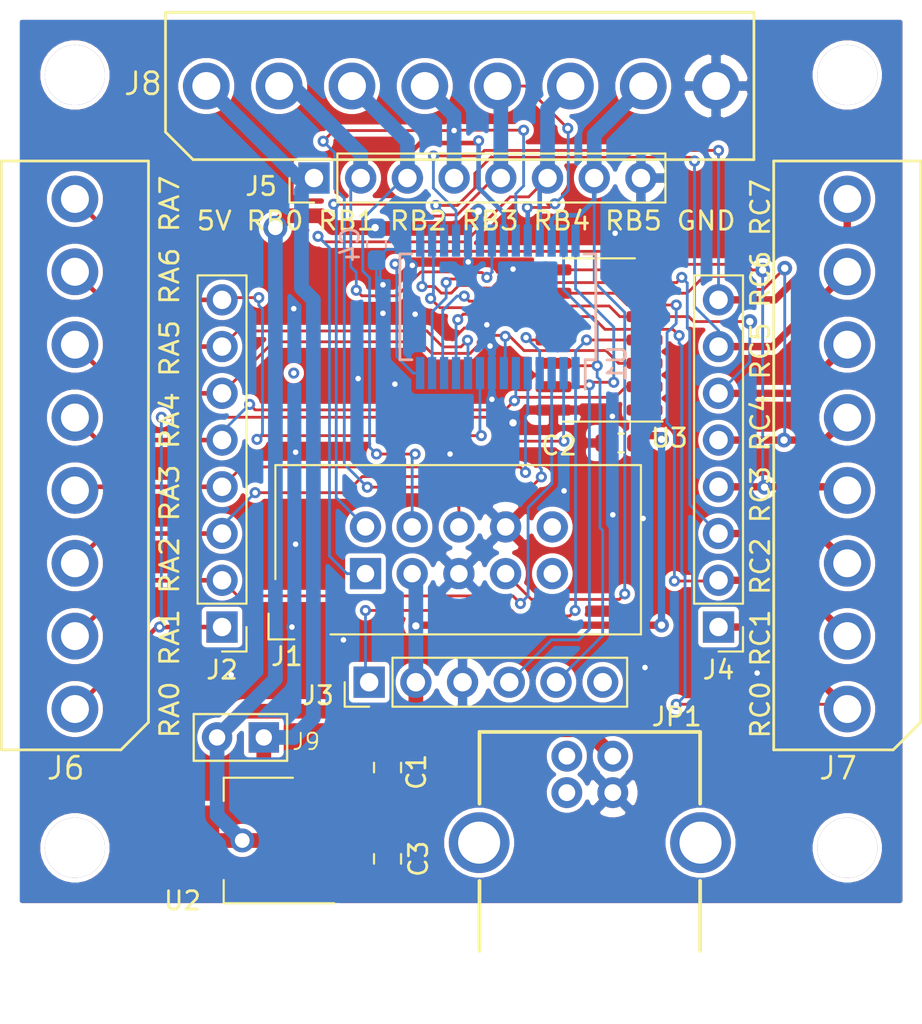
<source format=kicad_pcb>
(kicad_pcb (version 20171130) (host pcbnew "(5.1.7)-1")
  (layers (0 F.Cu signal) (31 B.Cu signal) (34 B.Paste user) (35 F.Paste user) (36 B.SilkS user) (37 F.SilkS user) (38 B.Mask user) (39 F.Mask user) (44 Edge.Cuts user))
  (net 0 "")
  (net 1 GND)
  (net 2 /PEROUT)
  (net 3 /MSTOUT)
  (net 4 /SYNC)
  (net 5 /CLK)
  (net 6 "Net-(J3-Pad5)")
  (net 7 "Net-(J3-Pad4)")
  (net 8 "Net-(J3-Pad1)")
  (net 9 /5V)
  (net 10 VDD)
  (net 11 /nRST)
  (net 12 /RA0)
  (net 13 /RA1)
  (net 14 /RA2)
  (net 15 /RA3)
  (net 16 /RA4)
  (net 17 /RA5)
  (net 18 /RA6)
  (net 19 /RA7)
  (net 20 /RC7)
  (net 21 /RC6)
  (net 22 /RC5)
  (net 23 /RC4)
  (net 24 /RC3)
  (net 25 /RC2)
  (net 26 /RC1)
  (net 27 /RC0)
  (net 28 /RB0)
  (module Capacitor_SMD:C_0805_2012Metric_Pad1.18x1.45mm_HandSolder (layer F.Cu) (at 121 141.6375 90)
    (fp_text reference C1 (at -0.2375 1.575 90) (layer F.SilkS))
    (fp_text value 302010138)
    (pad 2 smd roundrect (at 1.0375 0 90) (size 1.175 1.45) (layers F.Cu F.Paste F.Mask) (roundrect_rratio 0.2127659574468085) (net 1 GND))
    (pad 1 smd roundrect (at -1.0375 0 90) (size 1.175 1.45) (layers F.Cu F.Paste F.Mask) (roundrect_rratio 0.2127659574468085) (net 9 /5V))
  )
  (module Capacitor_SMD:C_0603_1608Metric_Pad1.08x0.95mm_HandSolder (layer F.Cu) (at 133.7 124 180)
    (fp_text reference C2 (at 3.375 -0.15) (layer F.SilkS))
    (fp_text value 302010138)
    (pad 2 smd roundrect (at 0.8625 0 180) (size 1.075 0.95) (layers F.Cu F.Paste F.Mask) (net 1 GND))
    (pad 1 smd roundrect (at -0.8625 0 180) (size 1.075 0.95) (layers F.Cu F.Paste F.Mask) (net 10 VDD))
  )
  (module Capacitor_SMD:C_0805_2012Metric_Pad1.18x1.45mm_HandSolder (layer F.Cu) (at 121 146.6 270)
    (fp_text reference C3 (at 0 -1.68 90) (layer F.SilkS))
    (fp_text value 302010138)
    (pad 1 smd roundrect (at -1.0375 0 270) (size 1.175 1.45) (layers F.Cu F.Paste F.Mask) (roundrect_rratio 0.2127659574468085) (net 10 VDD))
    (pad 2 smd roundrect (at 1.0375 0 270) (size 1.175 1.45) (layers F.Cu F.Paste F.Mask) (roundrect_rratio 0.2127659574468085) (net 1 GND))
  )
  (module Capacitor_SMD:C_0603_1608Metric_Pad1.08x0.95mm_HandSolder (layer B.Cu) (at 120.4 113.2 270)
    (fp_text reference C4 (at 0 1.43 90) (layer B.SilkS) (effects (justify mirror)))
    (fp_text value 302010138)
    (pad 1 smd roundrect (at -0.8625 0 270) (size 1.075 0.95) (layers B.Cu B.Paste B.Mask) (net 10 VDD))
    (pad 2 smd roundrect (at 0.8625 0 270) (size 1.075 0.95) (layers B.Cu B.Paste B.Mask) (net 1 GND))
  )
  (module CLRLibrary:RibbonCableSocket_10_OddEven (layer F.Cu) (at 129.9 129.8 90)
    (fp_text reference J1 (at -5.8 -14.375) (layer F.SilkS))
    (fp_text value Conn_02x05_Odd_Even)
    (pad 10 thru_hole circle (at 1.24 0.06 90) (size 1.7 1.7) (drill 0.95) (layers *.Cu *.Mask))
    (pad 8 thru_hole circle (at 1.24 -2.48 90) (size 1.7 1.7) (drill 0.95) (layers *.Cu *.Mask) (net 1 GND))
    (pad 6 thru_hole circle (at 1.24 -5.02 90) (size 1.7 1.7) (drill 0.95) (layers *.Cu *.Mask) (net 4 /SYNC))
    (pad 4 thru_hole circle (at 1.24 -7.56 90) (size 1.7 1.7) (drill 0.95) (layers *.Cu *.Mask) (net 11 /nRST))
    (pad 2 thru_hole circle (at 1.24 -10.1 90) (size 1.7 1.7) (drill 0.95) (layers *.Cu *.Mask) (net 3 /MSTOUT))
    (pad 9 thru_hole circle (at -1.3 0.06 90) (size 1.7 1.7) (drill 0.95) (layers *.Cu *.Mask))
    (pad 7 thru_hole circle (at -1.3 -2.48 90) (size 1.7 1.7) (drill 0.95) (layers *.Cu *.Mask) (net 5 /CLK))
    (pad 5 thru_hole circle (at -1.3 -5.02 90) (size 1.7 1.7) (drill 0.95) (layers *.Cu *.Mask) (net 1 GND))
    (pad 3 thru_hole circle (at -1.3 -7.56 90) (size 1.7 1.7) (drill 0.95) (layers *.Cu *.Mask) (net 10 VDD))
    (pad 1 thru_hole rect (at -1.3 -10.1 90) (size 1.7 1.7) (drill 0.95) (layers *.Cu *.Mask) (net 2 /PEROUT))
  )
  (module Connector_PinHeader_2.54mm:PinHeader_1x08_P2.54mm_Vertical (layer F.Cu) (at 112 134 180)
    (fp_text reference J2 (at 0 -2.33) (layer F.SilkS))
    (fp_text value Conn_01x08)
    (pad 1 thru_hole rect (at 0 0 180) (size 1.7 1.7) (drill 1) (layers *.Cu *.Mask) (net 12 /RA0))
    (pad 2 thru_hole oval (at 0 2.54 180) (size 1.7 1.7) (drill 1) (layers *.Cu *.Mask) (net 13 /RA1))
    (pad 3 thru_hole oval (at 0 5.08 180) (size 1.7 1.7) (drill 1) (layers *.Cu *.Mask) (net 14 /RA2))
    (pad 4 thru_hole oval (at 0 7.62 180) (size 1.7 1.7) (drill 1) (layers *.Cu *.Mask) (net 15 /RA3))
    (pad 5 thru_hole oval (at 0 10.16 180) (size 1.7 1.7) (drill 1) (layers *.Cu *.Mask) (net 16 /RA4))
    (pad 6 thru_hole oval (at 0 12.7 180) (size 1.7 1.7) (drill 1) (layers *.Cu *.Mask) (net 17 /RA5))
    (pad 7 thru_hole oval (at 0 15.24 180) (size 1.7 1.7) (drill 1) (layers *.Cu *.Mask) (net 18 /RA6))
    (pad 8 thru_hole oval (at 0 17.78 180) (size 1.7 1.7) (drill 1) (layers *.Cu *.Mask) (net 19 /RA7))
  )
  (module Connector_PinHeader_2.54mm:PinHeader_1x06_P2.54mm_Vertical (layer F.Cu) (at 120 137 90)
    (fp_text reference J3 (at -0.725 -2.775 180) (layer F.SilkS))
    (fp_text value Conn_01x05)
    (pad 1 thru_hole rect (at 0 0 90) (size 1.7 1.7) (drill 1) (layers *.Cu *.Mask) (net 8 "Net-(J3-Pad1)"))
    (pad 2 thru_hole oval (at 0 2.54 90) (size 1.7 1.7) (drill 1) (layers *.Cu *.Mask) (net 10 VDD))
    (pad 3 thru_hole oval (at 0 5.08 90) (size 1.7 1.7) (drill 1) (layers *.Cu *.Mask) (net 1 GND))
    (pad 4 thru_hole oval (at 0 7.62 90) (size 1.7 1.7) (drill 1) (layers *.Cu *.Mask) (net 7 "Net-(J3-Pad4)"))
    (pad 5 thru_hole oval (at 0 10.16 90) (size 1.7 1.7) (drill 1) (layers *.Cu *.Mask) (net 6 "Net-(J3-Pad5)"))
    (pad 6 thru_hole oval (at 0 12.7 90) (size 1.7 1.7) (drill 1) (layers *.Cu *.Mask))
  )
  (module Connector_PinHeader_2.54mm:PinHeader_1x08_P2.54mm_Vertical (layer F.Cu) (at 139 134 180)
    (fp_text reference J4 (at 0 -2.33) (layer F.SilkS))
    (fp_text value Conn_01x08)
    (pad 8 thru_hole oval (at 0 17.78 180) (size 1.7 1.7) (drill 1) (layers *.Cu *.Mask) (net 20 /RC7))
    (pad 7 thru_hole oval (at 0 15.24 180) (size 1.7 1.7) (drill 1) (layers *.Cu *.Mask) (net 21 /RC6))
    (pad 6 thru_hole oval (at 0 12.7 180) (size 1.7 1.7) (drill 1) (layers *.Cu *.Mask) (net 22 /RC5))
    (pad 5 thru_hole oval (at 0 10.16 180) (size 1.7 1.7) (drill 1) (layers *.Cu *.Mask) (net 23 /RC4))
    (pad 4 thru_hole oval (at 0 7.62 180) (size 1.7 1.7) (drill 1) (layers *.Cu *.Mask) (net 24 /RC3))
    (pad 3 thru_hole oval (at 0 5.08 180) (size 1.7 1.7) (drill 1) (layers *.Cu *.Mask) (net 25 /RC2))
    (pad 2 thru_hole oval (at 0 2.54 180) (size 1.7 1.7) (drill 1) (layers *.Cu *.Mask) (net 26 /RC1))
    (pad 1 thru_hole rect (at 0 0 180) (size 1.7 1.7) (drill 1) (layers *.Cu *.Mask) (net 27 /RC0))
  )
  (module Connector_PinHeader_2.54mm:PinHeader_1x08_P2.54mm_Vertical (layer F.Cu) (at 117 109.6 90)
    (fp_text reference J5 (at -0.45 -2.875 180) (layer F.SilkS))
    (fp_text value Conn_01x08)
    (pad 1 thru_hole rect (at 0 0 90) (size 1.7 1.7) (drill 1) (layers *.Cu *.Mask) (net 9 /5V))
    (pad 2 thru_hole oval (at 0 2.54 90) (size 1.7 1.7) (drill 1) (layers *.Cu *.Mask) (net 28 /RB0))
    (pad 3 thru_hole oval (at 0 5.08 90) (size 1.7 1.7) (drill 1) (layers *.Cu *.Mask) (net 11 /nRST))
    (pad 4 thru_hole oval (at 0 7.62 90) (size 1.7 1.7) (drill 1) (layers *.Cu *.Mask) (net 4 /SYNC))
    (pad 5 thru_hole oval (at 0 10.16 90) (size 1.7 1.7) (drill 1) (layers *.Cu *.Mask) (net 3 /MSTOUT))
    (pad 6 thru_hole oval (at 0 12.7 90) (size 1.7 1.7) (drill 1) (layers *.Cu *.Mask) (net 2 /PEROUT))
    (pad 7 thru_hole oval (at 0 15.24 90) (size 1.7 1.7) (drill 1) (layers *.Cu *.Mask) (net 5 /CLK))
    (pad 8 thru_hole oval (at 0 17.78 90) (size 1.7 1.7) (drill 1) (layers *.Cu *.Mask) (net 1 GND))
  )
  (module CLRLibrary:KK156-8 (layer F.Cu) (at 104 124.6 90)
    (fp_text reference J6 (at -17.0752 -0.5) (layer F.SilkS) (effects (font (size 1.2 1.2))))
    (fp_text value Conn_01x08)
    (pad 1 thru_hole oval (at -13.8552 0 90) (size 2.54 2.54) (drill 1.52) (layers *.Cu *.Mask) (net 12 /RA0))
    (pad 2 thru_hole oval (at -9.8952 0 90) (size 2.54 2.54) (drill 1.52) (layers *.Cu *.Mask) (net 13 /RA1))
    (pad 3 thru_hole oval (at -5.9352 0 90) (size 2.54 2.54) (drill 1.52) (layers *.Cu *.Mask) (net 14 /RA2))
    (pad 4 thru_hole oval (at -1.9752 0 90) (size 2.54 2.54) (drill 1.52) (layers *.Cu *.Mask) (net 15 /RA3))
    (pad 5 thru_hole oval (at 1.9848 0 90) (size 2.54 2.54) (drill 1.52) (layers *.Cu *.Mask) (net 16 /RA4))
    (pad 6 thru_hole oval (at 5.9448 0 90) (size 2.54 2.54) (drill 1.52) (layers *.Cu *.Mask) (net 17 /RA5))
    (pad 7 thru_hole oval (at 9.9048 0 90) (size 2.54 2.54) (drill 1.52) (layers *.Cu *.Mask) (net 18 /RA6))
    (pad 8 thru_hole oval (at 13.8648 0 90) (size 2.54 2.54) (drill 1.52) (layers *.Cu *.Mask) (net 19 /RA7))
  )
  (module CLRLibrary:KK156-8 (layer F.Cu) (at 146 124.6 90)
    (fp_text reference J7 (at -17.0752 -0.5) (layer F.SilkS) (effects (font (size 1.2 1.2))))
    (fp_text value Conn_01x08)
    (pad 8 thru_hole oval (at 13.8648 0 90) (size 2.54 2.54) (drill 1.52) (layers *.Cu *.Mask) (net 20 /RC7))
    (pad 7 thru_hole oval (at 9.9048 0 90) (size 2.54 2.54) (drill 1.52) (layers *.Cu *.Mask) (net 21 /RC6))
    (pad 6 thru_hole oval (at 5.9448 0 90) (size 2.54 2.54) (drill 1.52) (layers *.Cu *.Mask) (net 22 /RC5))
    (pad 5 thru_hole oval (at 1.9848 0 90) (size 2.54 2.54) (drill 1.52) (layers *.Cu *.Mask) (net 23 /RC4))
    (pad 4 thru_hole oval (at -1.9752 0 90) (size 2.54 2.54) (drill 1.52) (layers *.Cu *.Mask) (net 24 /RC3))
    (pad 3 thru_hole oval (at -5.9352 0 90) (size 2.54 2.54) (drill 1.52) (layers *.Cu *.Mask) (net 25 /RC2))
    (pad 2 thru_hole oval (at -9.8952 0 90) (size 2.54 2.54) (drill 1.52) (layers *.Cu *.Mask) (net 26 /RC1))
    (pad 1 thru_hole oval (at -13.8552 0 90) (size 2.54 2.54) (drill 1.52) (layers *.Cu *.Mask) (net 27 /RC0))
  )
  (module CLRLibrary:KK156-8 (layer F.Cu) (at 125 104.6)
    (fp_text reference J8 (at -17.3 -0.125 180) (layer F.SilkS) (effects (font (size 1.2 1.2))))
    (fp_text value Conn_01x08)
    (pad 1 thru_hole oval (at -13.8552 0) (size 2.54 2.54) (drill 1.52) (layers *.Cu *.Mask) (net 9 /5V))
    (pad 2 thru_hole oval (at -9.8952 0) (size 2.54 2.54) (drill 1.52) (layers *.Cu *.Mask) (net 28 /RB0))
    (pad 3 thru_hole oval (at -5.9352 0) (size 2.54 2.54) (drill 1.52) (layers *.Cu *.Mask) (net 11 /nRST))
    (pad 4 thru_hole oval (at -1.9752 0) (size 2.54 2.54) (drill 1.52) (layers *.Cu *.Mask) (net 4 /SYNC))
    (pad 5 thru_hole oval (at 1.9848 0) (size 2.54 2.54) (drill 1.52) (layers *.Cu *.Mask) (net 3 /MSTOUT))
    (pad 6 thru_hole oval (at 5.9448 0) (size 2.54 2.54) (drill 1.52) (layers *.Cu *.Mask) (net 2 /PEROUT))
    (pad 7 thru_hole oval (at 9.9048 0) (size 2.54 2.54) (drill 1.52) (layers *.Cu *.Mask) (net 5 /CLK))
    (pad 8 thru_hole oval (at 13.8648 0) (size 2.54 2.54) (drill 1.52) (layers *.Cu *.Mask) (net 1 GND))
  )
  (module CLRConnector:H2-2.54 (layer F.Cu) (at 113 140 270)
    (fp_text reference J9 (at 0.225 -3.575) (layer F.SilkS) (effects (font (size 0.889 0.889) (thickness 0.1016))))
    (fp_text value Conn_01x02 hide)
    (pad 2 thru_hole circle (at 0 1.27 270) (size 1.651 1.651) (drill 0.889) (layers *.Cu *.Mask) (net 10 VDD))
    (pad 1 thru_hole rect (at 0 -1.27 270) (size 1.651 1.651) (drill 0.889) (layers *.Cu *.Mask) (net 9 /5V))
  )
  (module CLRConnector:USB4+2-2.5-90D-15.8X12MM (layer F.Cu) (at 132 143 90)
    (fp_text reference JP1 (at 4.125 4.725 180) (layer F.SilkS))
    (fp_text value DIP-USB-B-TYPE-FMAL_4+2P-2.0-90D_ hide)
    (pad D+ thru_hole circle (at 0 -1.24968 90) (size 1.6764 1.6764) (drill 0.9144) (layers *.Cu *.Paste *.Mask))
    (pad D- thru_hole circle (at 1.9812 -1.24968 90) (size 1.6764 1.6764) (drill 0.9144) (layers *.Cu *.Paste *.Mask))
    (pad GND thru_hole circle (at 0 1.24968 90) (size 1.6764 1.6764) (drill 0.9144) (layers *.Cu *.Paste *.Mask) (net 1 GND))
    (pad S1 thru_hole circle (at -2.7178 6.0198 90) (size 3.302 3.302) (drill 2.286) (layers *.Cu *.Paste *.Mask))
    (pad S2 thru_hole circle (at -2.7178 -6.0198 90) (size 3.302 3.302) (drill 2.286) (layers *.Cu *.Paste *.Mask))
    (pad VBUS thru_hole circle (at 1.9812 1.24968 90) (size 1.6764 1.6764) (drill 0.9144) (layers *.Cu *.Paste *.Mask) (net 9 /5V))
  )
  (module CLRConnector:Mounting#4 (layer F.Cu) (at 146 104)
    (fp_text reference M1 hide)
    (fp_text value Conn_01x01)
    (pad 1 thru_hole circle (at 0 0) (size 3.2639 3.2639) (drill 3.2639) (layers *.Cu *.Mask))
  )
  (module CLRConnector:Mounting#4 (layer F.Cu) (at 104 146)
    (fp_text reference M2 hide)
    (fp_text value Conn_01x01)
    (pad 1 thru_hole circle (at 0 0) (size 3.2639 3.2639) (drill 3.2639) (layers *.Cu *.Mask))
  )
  (module CLRConnector:Mounting#4 (layer F.Cu) (at 104 104)
    (fp_text reference M3 hide)
    (fp_text value Conn_01x01)
    (pad 1 thru_hole circle (at 0 0) (size 3.2639 3.2639) (drill 3.2639) (layers *.Cu *.Mask))
  )
  (module CLRConnector:Mounting#4 (layer F.Cu) (at 146 146)
    (fp_text reference M4 hide)
    (fp_text value Conn_01x01)
    (pad 1 thru_hole circle (at 0 0) (size 3.2639 3.2639) (drill 3.2639) (layers *.Cu *.Mask))
  )
  (module Package_SO:SSOP-28_5.3x10.2mm_P0.65mm (layer B.Cu) (at 127 116.6 90)
    (fp_text reference U1 (at -3.075 6.475 90) (layer B.SilkS) (effects (justify mirror)))
    (fp_text value PIC18F26Q10-SS)
    (pad 1 smd rect (at -3.6 4.225 90) (size 1.75 0.45) (layers B.Cu B.Paste B.Mask) (net 8 "Net-(J3-Pad1)"))
    (pad 2 smd rect (at -3.6 3.575 90) (size 1.75 0.45) (layers B.Cu B.Paste B.Mask) (net 12 /RA0))
    (pad 3 smd rect (at -3.6 2.925 90) (size 1.75 0.45) (layers B.Cu B.Paste B.Mask) (net 13 /RA1))
    (pad 4 smd rect (at -3.6 2.275 90) (size 1.75 0.45) (layers B.Cu B.Paste B.Mask) (net 14 /RA2))
    (pad 5 smd rect (at -3.6 1.625 90) (size 1.75 0.45) (layers B.Cu B.Paste B.Mask) (net 15 /RA3))
    (pad 6 smd rect (at -3.6 0.975 90) (size 1.75 0.45) (layers B.Cu B.Paste B.Mask) (net 16 /RA4))
    (pad 7 smd rect (at -3.6 0.325 90) (size 1.75 0.45) (layers B.Cu B.Paste B.Mask) (net 17 /RA5))
    (pad 8 smd rect (at -3.6 -0.325 90) (size 1.75 0.45) (layers B.Cu B.Paste B.Mask) (net 1 GND))
    (pad 9 smd rect (at -3.6 -0.975 90) (size 1.75 0.45) (layers B.Cu B.Paste B.Mask) (net 19 /RA7))
    (pad 10 smd rect (at -3.6 -1.625 90) (size 1.75 0.45) (layers B.Cu B.Paste B.Mask) (net 18 /RA6))
    (pad 11 smd rect (at -3.6 -2.275 90) (size 1.75 0.45) (layers B.Cu B.Paste B.Mask) (net 27 /RC0))
    (pad 12 smd rect (at -3.6 -2.925 90) (size 1.75 0.45) (layers B.Cu B.Paste B.Mask) (net 26 /RC1))
    (pad 13 smd rect (at -3.6 -3.575 90) (size 1.75 0.45) (layers B.Cu B.Paste B.Mask) (net 25 /RC2))
    (pad 14 smd rect (at -3.6 -4.225 90) (size 1.75 0.45) (layers B.Cu B.Paste B.Mask) (net 24 /RC3))
    (pad 15 smd rect (at 3.6 -4.225 90) (size 1.75 0.45) (layers B.Cu B.Paste B.Mask) (net 23 /RC4))
    (pad 16 smd rect (at 3.6 -3.575 90) (size 1.75 0.45) (layers B.Cu B.Paste B.Mask) (net 22 /RC5))
    (pad 17 smd rect (at 3.6 -2.925 90) (size 1.75 0.45) (layers B.Cu B.Paste B.Mask) (net 21 /RC6))
    (pad 18 smd rect (at 3.6 -2.275 90) (size 1.75 0.45) (layers B.Cu B.Paste B.Mask) (net 20 /RC7))
    (pad 19 smd rect (at 3.6 -1.625 90) (size 1.75 0.45) (layers B.Cu B.Paste B.Mask) (net 1 GND))
    (pad 20 smd rect (at 3.6 -0.975 90) (size 1.75 0.45) (layers B.Cu B.Paste B.Mask) (net 10 VDD))
    (pad 21 smd rect (at 3.6 -0.325 90) (size 1.75 0.45) (layers B.Cu B.Paste B.Mask) (net 28 /RB0))
    (pad 22 smd rect (at 3.6 0.325 90) (size 1.75 0.45) (layers B.Cu B.Paste B.Mask) (net 11 /nRST))
    (pad 23 smd rect (at 3.6 0.975 90) (size 1.75 0.45) (layers B.Cu B.Paste B.Mask) (net 4 /SYNC))
    (pad 24 smd rect (at 3.6 1.625 90) (size 1.75 0.45) (layers B.Cu B.Paste B.Mask) (net 3 /MSTOUT))
    (pad 25 smd rect (at 3.6 2.275 90) (size 1.75 0.45) (layers B.Cu B.Paste B.Mask) (net 2 /PEROUT))
    (pad 26 smd rect (at 3.6 2.925 90) (size 1.75 0.45) (layers B.Cu B.Paste B.Mask) (net 5 /CLK))
    (pad 27 smd rect (at 3.6 3.575 90) (size 1.75 0.45) (layers B.Cu B.Paste B.Mask) (net 6 "Net-(J3-Pad5)"))
    (pad 28 smd rect (at 3.6 4.225 90) (size 1.75 0.45) (layers B.Cu B.Paste B.Mask) (net 7 "Net-(J3-Pad4)"))
  )
  (module Package_TO_SOT_SMD:SOT-223-3_TabPin2 (layer F.Cu) (at 114 145.6 180)
    (fp_text reference U2 (at 4.15 -3.275) (layer F.SilkS))
    (fp_text value LM1117-3.3)
    (pad 2 smd rect (at 3.15 0 180) (size 2 3.8) (layers F.Cu F.Paste F.Mask) (net 10 VDD))
    (pad 2 smd rect (at -3.15 0 180) (size 2 1.5) (layers F.Cu F.Paste F.Mask) (net 10 VDD))
    (pad 3 smd rect (at -3.15 2.3 180) (size 2 1.5) (layers F.Cu F.Paste F.Mask) (net 9 /5V))
    (pad 1 smd rect (at -3.15 -2.3 180) (size 2 1.5) (layers F.Cu F.Paste F.Mask))
  )
  (module Package_SO:SO-14_3.9x8.65mm_P1.27mm (layer F.Cu) (at 132.5 118.4 180)
    (fp_text reference U3 (at -3.825 -5.325) (layer F.SilkS))
    (fp_text value PIC16F1525)
    (pad 1 smd roundrect (at -2.475 -3.81 180) (size 1.95 0.6) (layers F.Cu F.Paste F.Mask) (net 10 VDD))
    (pad 2 smd roundrect (at -2.475 -2.54 180) (size 1.95 0.6) (layers F.Cu F.Paste F.Mask) (net 16 /RA4))
    (pad 3 smd roundrect (at -2.475 -1.27 180) (size 1.95 0.6) (layers F.Cu F.Paste F.Mask) (net 17 /RA5))
    (pad 4 smd roundrect (at -2.475 0 180) (size 1.95 0.6) (layers F.Cu F.Paste F.Mask) (net 8 "Net-(J3-Pad1)"))
    (pad 5 smd roundrect (at -2.475 1.27 180) (size 1.95 0.6) (layers F.Cu F.Paste F.Mask) (net 22 /RC5))
    (pad 6 smd roundrect (at -2.475 2.54 180) (size 1.95 0.6) (layers F.Cu F.Paste F.Mask) (net 23 /RC4))
    (pad 7 smd roundrect (at -2.475 3.81 180) (size 1.95 0.6) (layers F.Cu F.Paste F.Mask) (net 24 /RC3))
    (pad 8 smd roundrect (at 2.475 3.81 180) (size 1.95 0.6) (layers F.Cu F.Paste F.Mask) (net 25 /RC2))
    (pad 9 smd roundrect (at 2.475 2.54 180) (size 1.95 0.6) (layers F.Cu F.Paste F.Mask) (net 26 /RC1))
    (pad 10 smd roundrect (at 2.475 1.27 180) (size 1.95 0.6) (layers F.Cu F.Paste F.Mask) (net 27 /RC0))
    (pad 11 smd roundrect (at 2.475 0 180) (size 1.95 0.6) (layers F.Cu F.Paste F.Mask) (net 14 /RA2))
    (pad 12 smd roundrect (at 2.475 -1.27 180) (size 1.95 0.6) (layers F.Cu F.Paste F.Mask) (net 6 "Net-(J3-Pad5)"))
    (pad 13 smd roundrect (at 2.475 -2.54 180) (size 1.95 0.6) (layers F.Cu F.Paste F.Mask) (net 7 "Net-(J3-Pad4)"))
    (pad 14 smd roundrect (at 2.475 -3.81 180) (size 1.95 0.6) (layers F.Cu F.Paste F.Mask) (net 1 GND))
  )
  (gr_text "5V RB0 RB1 RB2 RB3 RB4 RB5 GND" (at 125.275 111.925) (layer F.SilkS) (effects (font (size 1 1.05))))
  (gr_text "RC0 RC1 RC2 RC3 RC4 RC5 RC6 RC7" (at 141.275 124.85 90) (layer F.SilkS) (effects (font (size 1 1.05))))
  (gr_text "RA0 RA1 RA2 RA3 RA4 RA5 RA6 RA7" (at 109.15 124.75 90) (layer F.SilkS) (effects (font (size 1 1.1))))
  (via (at 115.9 120.2) (size 0.6) (drill 0.3) (layers F.Cu B.Cu) (net 0))
  (segment (start 128.514844 122.21) (end 127.82379 122.901054) (width 0.4) (layer F.Cu) (net 1))
  (segment (start 130.025 122.21) (end 128.514844 122.21) (width 0.4) (layer F.Cu) (net 1))
  (via (at 127.82379 122.901054) (size 0.8) (drill 0.4) (layers F.Cu B.Cu) (net 1))
  (via (at 120.75 116.95) (size 0.6) (drill 0.3) (layers F.Cu B.Cu) (net 1))
  (segment (start 120.4 116.1) (end 120.9 116.6) (width 0.1524) (layer B.Cu) (net 1))
  (segment (start 120.4 114.0625) (end 120.4 116.1) (width 0.1524) (layer B.Cu) (net 1))
  (segment (start 126.675 117.975) (end 126.5 117.8) (width 0.1524) (layer B.Cu) (net 1))
  (segment (start 126.675 120.2) (end 126.675 117.975) (width 0.1524) (layer B.Cu) (net 1))
  (segment (start 126.675 121.752264) (end 127.82379 122.901054) (width 0.1524) (layer B.Cu) (net 1))
  (segment (start 121.3 115.2) (end 120.6 115.2) (width 0.1524) (layer F.Cu) (net 1))
  (segment (start 122.15241 114.34759) (end 121.3 115.2) (width 0.1524) (layer F.Cu) (net 1))
  (via (at 120.75 115.4) (size 0.6) (drill 0.3) (layers F.Cu B.Cu) (net 1))
  (segment (start 120.6 114.2625) (end 120.4 114.0625) (width 0.1524) (layer B.Cu) (net 1))
  (segment (start 120.6 115.2) (end 120.6 114.2625) (width 0.1524) (layer B.Cu) (net 1))
  (via (at 121.4 120.8) (size 0.6) (drill 0.3) (layers F.Cu B.Cu) (net 1))
  (via (at 119.4 120.5) (size 0.6) (drill 0.3) (layers F.Cu B.Cu) (net 1))
  (via (at 115.9 116.7) (size 0.6) (drill 0.3) (layers F.Cu B.Cu) (net 1))
  (via (at 116 124.5) (size 0.6) (drill 0.3) (layers F.Cu B.Cu) (net 1))
  (via (at 124.4 124.6) (size 0.6) (drill 0.3) (layers F.Cu B.Cu) (net 1))
  (via (at 118.6 134.7) (size 0.6) (drill 0.3) (layers F.Cu B.Cu) (net 1))
  (via (at 135 136.2) (size 0.6) (drill 0.3) (layers F.Cu B.Cu) (net 1))
  (via (at 141.1 136.5) (size 0.6) (drill 0.3) (layers F.Cu B.Cu) (net 1))
  (via (at 134.9 128.1) (size 0.6) (drill 0.3) (layers F.Cu B.Cu) (net 1))
  (via (at 115.8 134) (size 0.6) (drill 0.3) (layers F.Cu B.Cu) (net 1))
  (via (at 116 129.5) (size 0.6) (drill 0.3) (layers F.Cu B.Cu) (net 1))
  (via (at 112.5 136.6) (size 0.6) (drill 0.3) (layers F.Cu B.Cu) (net 1))
  (via (at 130.6 126.6) (size 0.6) (drill 0.3) (layers F.Cu B.Cu) (net 1))
  (via (at 133.25 127.9) (size 0.6) (drill 0.3) (layers F.Cu B.Cu) (net 1))
  (via (at 133.225 122.55) (size 0.6) (drill 0.3) (layers F.Cu B.Cu) (net 1))
  (via (at 122.5 117) (size 0.6) (drill 0.3) (layers F.Cu B.Cu) (net 1))
  (segment (start 120.4 114.0625) (end 120.4 114.025) (width 0.1524) (layer B.Cu) (net 1))
  (segment (start 120.4 114.025) (end 120.95 113.475) (width 0.1524) (layer B.Cu) (net 1))
  (via (at 122.34759 114.34759) (size 0.6) (drill 0.3) (layers F.Cu B.Cu) (net 1))
  (segment (start 121.475 113.475) (end 122.34759 114.34759) (width 0.1524) (layer B.Cu) (net 1))
  (segment (start 120.95 113.475) (end 121.475 113.475) (width 0.1524) (layer B.Cu) (net 1))
  (segment (start 122.34759 114.34759) (end 122.15241 114.34759) (width 0.1524) (layer F.Cu) (net 1))
  (via (at 127.825 114.55) (size 0.6) (drill 0.3) (layers F.Cu B.Cu) (net 1))
  (via (at 133.375 112.6) (size 0.6) (drill 0.3) (layers F.Cu B.Cu) (net 1))
  (segment (start 126.675 120.2) (end 126.675 121.625) (width 0.1524) (layer B.Cu) (net 1))
  (via (at 126.675 121.625) (size 0.6) (drill 0.3) (layers F.Cu B.Cu) (net 1))
  (segment (start 126.675 121.625) (end 126.675 121.752264) (width 0.1524) (layer B.Cu) (net 1))
  (segment (start 122.5 117) (end 123.125 117) (width 0.1524) (layer F.Cu) (net 1))
  (segment (start 125.201245 114.34759) (end 125.389037 114.159798) (width 0.1524) (layer F.Cu) (net 1))
  (segment (start 125.375 114.145761) (end 125.389037 114.159798) (width 0.1524) (layer B.Cu) (net 1))
  (via (at 125.389037 114.159798) (size 0.6) (drill 0.3) (layers F.Cu B.Cu) (net 1))
  (segment (start 125.375 113) (end 125.375 114.145761) (width 0.1524) (layer B.Cu) (net 1))
  (segment (start 127.434798 114.159798) (end 125.389037 114.159798) (width 0.1524) (layer F.Cu) (net 1))
  (segment (start 127.825 114.55) (end 127.434798 114.159798) (width 0.1524) (layer F.Cu) (net 1))
  (segment (start 122.34759 114.34759) (end 125.201245 114.34759) (width 0.1524) (layer F.Cu) (net 1))
  (segment (start 123.125 117) (end 123.575 117.45) (width 0.1524) (layer F.Cu) (net 1))
  (segment (start 123.575 117.45) (end 124.525 118.4) (width 0.1524) (layer F.Cu) (net 1))
  (segment (start 124.525 118.4) (end 125.175 117.75) (width 0.1524) (layer F.Cu) (net 1))
  (segment (start 126.225 117.75) (end 126.4 117.575) (width 0.1524) (layer F.Cu) (net 1))
  (segment (start 126.675 118.827412) (end 126.575 118.727412) (width 0.1524) (layer B.Cu) (net 1))
  (segment (start 126.675 120.2) (end 126.675 118.827412) (width 0.1524) (layer B.Cu) (net 1))
  (segment (start 125.175 117.75) (end 126.225 117.75) (width 0.1524) (layer F.Cu) (net 1))
  (via (at 126.4 117.575) (size 0.6) (drill 0.3) (layers F.Cu B.Cu) (net 1))
  (via (at 126.575 118.727412) (size 0.6) (drill 0.3) (layers F.Cu B.Cu) (net 1))
  (segment (start 129.7 105.8448) (end 130.9448 104.6) (width 0.8) (layer B.Cu) (net 2))
  (segment (start 129.7 109.6) (end 129.7 105.8448) (width 0.8) (layer B.Cu) (net 2))
  (segment (start 129.275 110.025) (end 129.7 109.6) (width 0.25) (layer B.Cu) (net 2))
  (segment (start 129.275 113) (end 129.275 110.025) (width 0.25) (layer B.Cu) (net 2))
  (segment (start 129.7 109.6) (end 128.676201 110.623799) (width 0.1524) (layer F.Cu) (net 2))
  (via (at 117.218968 112.767808) (size 0.6) (drill 0.3) (layers F.Cu B.Cu) (net 2))
  (segment (start 125.232193 113.067807) (end 117.518967 113.067807) (width 0.1524) (layer F.Cu) (net 2))
  (segment (start 128.676201 110.623799) (end 127.676201 110.623799) (width 0.1524) (layer F.Cu) (net 2))
  (segment (start 127.676201 110.623799) (end 125.232193 113.067807) (width 0.1524) (layer F.Cu) (net 2))
  (segment (start 117.518967 113.067807) (end 117.218968 112.767808) (width 0.1524) (layer F.Cu) (net 2))
  (segment (start 117.842769 113.391609) (end 117.218968 112.767808) (width 0.1524) (layer B.Cu) (net 2))
  (segment (start 119.8 131.1) (end 118.7976 131.1) (width 0.1524) (layer B.Cu) (net 2))
  (segment (start 118.7976 131.1) (end 117.842769 130.145169) (width 0.1524) (layer B.Cu) (net 2))
  (segment (start 117.842769 130.145169) (end 117.842769 113.391609) (width 0.1524) (layer B.Cu) (net 2))
  (segment (start 127.16 104.7752) (end 126.9848 104.6) (width 0.8) (layer B.Cu) (net 3))
  (segment (start 127.16 109.6) (end 127.16 104.7752) (width 0.8) (layer B.Cu) (net 3))
  (segment (start 128.625 113) (end 128.625 111.065) (width 0.25) (layer B.Cu) (net 3))
  (via (at 128.6 111.2) (size 0.6) (drill 0.3) (layers F.Cu B.Cu) (net 3))
  (segment (start 128.625 111.065) (end 128.625 111.175) (width 0.1524) (layer B.Cu) (net 3))
  (segment (start 128.625 111.175) (end 128.6 111.2) (width 0.1524) (layer B.Cu) (net 3))
  (segment (start 128.6 111.2) (end 129.8 111.2) (width 0.1524) (layer F.Cu) (net 3))
  (segment (start 129.8 111.2) (end 129.8 111.1) (width 0.1524) (layer F.Cu) (net 3))
  (segment (start 129.8 111.1) (end 129.7 111) (width 0.1524) (layer F.Cu) (net 3))
  (via (at 130.1 111) (size 0.6) (drill 0.3) (layers F.Cu B.Cu) (net 3))
  (segment (start 129.7 111) (end 130.1 111) (width 0.1524) (layer F.Cu) (net 3))
  (via (at 130.8 106.9) (size 0.6) (drill 0.3) (layers F.Cu B.Cu) (net 3))
  (segment (start 130.826201 106.926201) (end 130.8 106.9) (width 0.1524) (layer B.Cu) (net 3))
  (segment (start 130.826201 110.273799) (end 130.826201 106.926201) (width 0.1524) (layer B.Cu) (net 3))
  (segment (start 130.1 111) (end 130.826201 110.273799) (width 0.1524) (layer B.Cu) (net 3))
  (segment (start 128.5 104.6) (end 126.9848 104.6) (width 0.1524) (layer F.Cu) (net 3))
  (segment (start 130.8 106.9) (end 128.5 104.6) (width 0.1524) (layer F.Cu) (net 3))
  (segment (start 124.785163 111.599999) (end 123.970692 111.599999) (width 0.1524) (layer F.Cu) (net 3))
  (via (at 118.071379 111.02201) (size 0.6) (drill 0.3) (layers F.Cu B.Cu) (net 3))
  (segment (start 118.209745 111.160376) (end 118.071379 111.02201) (width 0.1524) (layer B.Cu) (net 3))
  (segment (start 118.209745 126.969745) (end 118.209745 111.160376) (width 0.1524) (layer B.Cu) (net 3))
  (segment (start 119.8 128.56) (end 118.209745 126.969745) (width 0.1524) (layer B.Cu) (net 3))
  (segment (start 126.785162 109.6) (end 124.785163 111.599999) (width 0.1524) (layer F.Cu) (net 3))
  (segment (start 122.707573 111.02201) (end 118.071379 111.02201) (width 0.1524) (layer F.Cu) (net 3))
  (segment (start 123.351549 111.665986) (end 122.707573 111.02201) (width 0.1524) (layer F.Cu) (net 3))
  (segment (start 123.904705 111.665986) (end 123.351549 111.665986) (width 0.1524) (layer F.Cu) (net 3))
  (segment (start 123.970692 111.599999) (end 123.904705 111.665986) (width 0.1524) (layer F.Cu) (net 3))
  (segment (start 127.16 109.6) (end 126.785162 109.6) (width 0.1524) (layer F.Cu) (net 3))
  (segment (start 124.62 106.1952) (end 123.0248 104.6) (width 0.8) (layer B.Cu) (net 4))
  (segment (start 124.62 109.6) (end 124.62 106.1952) (width 0.8) (layer B.Cu) (net 4))
  (segment (start 124.88 128.56) (end 124.88 127.48) (width 0.1524) (layer F.Cu) (net 4))
  (segment (start 123.8 126.4) (end 119.9 126.4) (width 0.1524) (layer F.Cu) (net 4))
  (segment (start 124.88 127.48) (end 123.8 126.4) (width 0.1524) (layer F.Cu) (net 4))
  (via (at 119.9 126.4) (size 0.6) (drill 0.3) (layers F.Cu B.Cu) (net 4))
  (via (at 117.5 107.6) (size 0.6) (drill 0.3) (layers F.Cu B.Cu) (net 4))
  (via (at 124.62 107.02) (size 0.6) (drill 0.3) (layers F.Cu B.Cu) (net 4))
  (segment (start 118.08 107.02) (end 124.62 107.02) (width 0.1524) (layer F.Cu) (net 4))
  (segment (start 117.5 107.6) (end 118.08 107.02) (width 0.1524) (layer F.Cu) (net 4))
  (segment (start 127.975 111.425) (end 128 111.4) (width 0.1524) (layer B.Cu) (net 4))
  (segment (start 127.975 113) (end 127.975 111.425) (width 0.1524) (layer B.Cu) (net 4))
  (via (at 128.4 107) (size 0.6) (drill 0.3) (layers F.Cu B.Cu) (net 4))
  (segment (start 128.4 110.026778) (end 128.4 107) (width 0.1524) (layer B.Cu) (net 4))
  (segment (start 127.975 110.451778) (end 128.4 110.026778) (width 0.1524) (layer B.Cu) (net 4))
  (segment (start 127.975 111.425) (end 127.975 110.451778) (width 0.1524) (layer B.Cu) (net 4))
  (segment (start 124.64 107) (end 124.62 107.02) (width 0.1524) (layer F.Cu) (net 4))
  (segment (start 128.4 107) (end 124.64 107) (width 0.1524) (layer F.Cu) (net 4))
  (segment (start 118.647589 125.147589) (end 118.647589 110.694809) (width 0.1524) (layer B.Cu) (net 4))
  (segment (start 118.647589 110.694809) (end 118.126201 110.173421) (width 0.1524) (layer B.Cu) (net 4))
  (segment (start 118.126201 108.226201) (end 117.5 107.6) (width 0.1524) (layer B.Cu) (net 4))
  (segment (start 119.9 126.4) (end 118.647589 125.147589) (width 0.1524) (layer B.Cu) (net 4))
  (segment (start 118.126201 110.173421) (end 118.126201 108.226201) (width 0.1524) (layer B.Cu) (net 4))
  (segment (start 132.24 107.2648) (end 134.9048 104.6) (width 0.8) (layer B.Cu) (net 5))
  (segment (start 132.24 109.6) (end 132.24 107.2648) (width 0.8) (layer B.Cu) (net 5))
  (segment (start 132.24 109.6) (end 132.24 115.24) (width 0.1524) (layer B.Cu) (net 5))
  (segment (start 132.24 115.24) (end 133.9 116.9) (width 0.1524) (layer B.Cu) (net 5))
  (via (at 133.9 132.2) (size 0.6) (drill 0.3) (layers F.Cu B.Cu) (net 5))
  (segment (start 133.9 116.9) (end 133.9 132.2) (width 0.1524) (layer B.Cu) (net 5))
  (segment (start 128.819999 132.499999) (end 127.42 131.1) (width 0.1524) (layer F.Cu) (net 5))
  (segment (start 133.600001 132.499999) (end 128.819999 132.499999) (width 0.1524) (layer F.Cu) (net 5))
  (segment (start 133.9 132.2) (end 133.600001 132.499999) (width 0.1524) (layer F.Cu) (net 5))
  (segment (start 129.925 113) (end 129.925 111.875) (width 0.25) (layer B.Cu) (net 5))
  (segment (start 129.925 111.875) (end 130.174999 111.625001) (width 0.25) (layer B.Cu) (net 5))
  (segment (start 132.24 110.802081) (end 132.24 109.6) (width 0.25) (layer B.Cu) (net 5))
  (segment (start 130.174999 111.625001) (end 131.41708 111.625001) (width 0.25) (layer B.Cu) (net 5))
  (segment (start 131.41708 111.625001) (end 132.24 110.802081) (width 0.25) (layer B.Cu) (net 5))
  (segment (start 130.575 113) (end 130.575 115.675) (width 0.1524) (layer B.Cu) (net 6))
  (via (at 132.4 119.8) (size 0.6) (drill 0.3) (layers F.Cu B.Cu) (net 6))
  (segment (start 132.4 117.5) (end 132.4 119.8) (width 0.1524) (layer B.Cu) (net 6))
  (segment (start 130.575 115.675) (end 132.4 117.5) (width 0.1524) (layer B.Cu) (net 6))
  (segment (start 130.155 119.8) (end 130.025 119.67) (width 0.1524) (layer F.Cu) (net 6))
  (segment (start 132.4 119.8) (end 130.155 119.8) (width 0.1524) (layer F.Cu) (net 6))
  (segment (start 132.699999 134.460001) (end 131.009999 136.150001) (width 0.1524) (layer B.Cu) (net 6))
  (segment (start 131.009999 136.150001) (end 130.16 137) (width 0.1524) (layer B.Cu) (net 6))
  (segment (start 132.55317 128.603172) (end 132.699999 128.750001) (width 0.1524) (layer B.Cu) (net 6))
  (segment (start 132.55317 120.564656) (end 132.55317 128.603172) (width 0.1524) (layer B.Cu) (net 6))
  (segment (start 132.4 119.8) (end 132.4 120.411486) (width 0.1524) (layer B.Cu) (net 6))
  (segment (start 132.4 120.411486) (end 132.55317 120.564656) (width 0.1524) (layer B.Cu) (net 6))
  (segment (start 132.699999 128.750001) (end 132.699999 134.460001) (width 0.1524) (layer B.Cu) (net 6))
  (segment (start 131.225 113) (end 131.225 115.625) (width 0.1524) (layer B.Cu) (net 7))
  (via (at 133.3 120.7) (size 0.6) (drill 0.3) (layers F.Cu B.Cu) (net 7))
  (segment (start 131.225 115.625) (end 133.3 117.7) (width 0.1524) (layer B.Cu) (net 7))
  (segment (start 133.3 117.7) (end 133.3 120.7) (width 0.1524) (layer B.Cu) (net 7))
  (segment (start 132.118202 120.7) (end 131.976969 120.841233) (width 0.1524) (layer F.Cu) (net 7))
  (segment (start 130.025 120.94) (end 131.878202 120.94) (width 0.1524) (layer F.Cu) (net 7))
  (segment (start 133.3 120.7) (end 132.118202 120.7) (width 0.1524) (layer F.Cu) (net 7))
  (segment (start 131.976969 134.123031) (end 131.976969 120.841233) (width 0.1524) (layer B.Cu) (net 7))
  (segment (start 131.878202 120.94) (end 131.976969 120.841233) (width 0.1524) (layer F.Cu) (net 7))
  (segment (start 127.62 137) (end 129.92 134.7) (width 0.1524) (layer B.Cu) (net 7))
  (segment (start 131.4 134.7) (end 131.976969 134.123031) (width 0.1524) (layer B.Cu) (net 7))
  (segment (start 129.92 134.7) (end 131.4 134.7) (width 0.1524) (layer B.Cu) (net 7))
  (via (at 131.976969 120.841233) (size 0.6) (drill 0.3) (layers F.Cu B.Cu) (net 7))
  (via (at 131.82379 118.4) (size 0.6) (drill 0.3) (layers F.Cu B.Cu) (net 8))
  (segment (start 134.975 118.4) (end 131.82379 118.4) (width 0.1524) (layer F.Cu) (net 8))
  (segment (start 131.225 120.2) (end 131.225 118.99879) (width 0.1524) (layer B.Cu) (net 8))
  (segment (start 131.225 118.99879) (end 131.82379 118.4) (width 0.1524) (layer B.Cu) (net 8))
  (via (at 131.2 133.1) (size 0.6) (drill 0.3) (layers F.Cu B.Cu) (net 8))
  (segment (start 131.225 133.075) (end 131.2 133.1) (width 0.1524) (layer B.Cu) (net 8))
  (segment (start 131.225 120.2) (end 131.225 133.075) (width 0.1524) (layer B.Cu) (net 8))
  (via (at 119.8 133.1) (size 0.6) (drill 0.3) (layers F.Cu B.Cu) (net 8))
  (segment (start 119.8 136.8) (end 120 137) (width 0.1524) (layer B.Cu) (net 8))
  (segment (start 119.8 133.1) (end 119.8 136.8) (width 0.1524) (layer B.Cu) (net 8))
  (segment (start 127.752337 133.1) (end 119.8 133.1) (width 0.1524) (layer F.Cu) (net 8))
  (segment (start 128.052336 133.399999) (end 127.752337 133.1) (width 0.1524) (layer F.Cu) (net 8))
  (segment (start 130.900001 133.399999) (end 128.052336 133.399999) (width 0.1524) (layer F.Cu) (net 8))
  (segment (start 131.2 133.1) (end 130.900001 133.399999) (width 0.1524) (layer F.Cu) (net 8))
  (segment (start 120.375 143.3) (end 121 142.675) (width 0.8) (layer F.Cu) (net 9))
  (segment (start 117.15 143.3) (end 120.375 143.3) (width 0.8) (layer F.Cu) (net 9))
  (segment (start 131.811479 139.580599) (end 126.219401 139.580599) (width 0.8) (layer F.Cu) (net 9))
  (segment (start 133.24968 141.0188) (end 131.811479 139.580599) (width 0.8) (layer F.Cu) (net 9))
  (segment (start 123.125 142.675) (end 121 142.675) (width 0.8) (layer F.Cu) (net 9))
  (segment (start 126.219401 139.580599) (end 123.125 142.675) (width 0.8) (layer F.Cu) (net 9))
  (segment (start 117.15 143.3) (end 115.2 143.3) (width 0.8) (layer F.Cu) (net 9))
  (segment (start 114.27 142.37) (end 114.27 140) (width 0.8) (layer F.Cu) (net 9))
  (segment (start 115.2 143.3) (end 114.27 142.37) (width 0.8) (layer F.Cu) (net 9))
  (segment (start 116.1448 109.6) (end 111.1448 104.6) (width 0.8) (layer B.Cu) (net 9))
  (segment (start 117 109.6) (end 116.1448 109.6) (width 0.8) (layer B.Cu) (net 9))
  (segment (start 116.318966 115.568966) (end 116.318966 110.281034) (width 0.8) (layer B.Cu) (net 9))
  (segment (start 115.8955 140) (end 116.966559 138.928941) (width 0.8) (layer B.Cu) (net 9))
  (segment (start 114.27 140) (end 115.8955 140) (width 0.8) (layer B.Cu) (net 9))
  (segment (start 116.318966 110.281034) (end 117 109.6) (width 0.8) (layer B.Cu) (net 9))
  (segment (start 116.966559 116.216559) (end 116.318966 115.568966) (width 0.8) (layer B.Cu) (net 9))
  (segment (start 116.966559 138.928941) (end 116.966559 116.216559) (width 0.8) (layer B.Cu) (net 9))
  (segment (start 117.1875 145.5625) (end 117.15 145.6) (width 0.8) (layer F.Cu) (net 10))
  (segment (start 121 145.5625) (end 117.1875 145.5625) (width 0.8) (layer F.Cu) (net 10))
  (via (at 113.1 145.6) (size 1.3) (drill 0.8) (layers F.Cu B.Cu) (net 10))
  (segment (start 111.73 144.23) (end 113.1 145.6) (width 0.8) (layer B.Cu) (net 10))
  (segment (start 113.1 145.6) (end 110.85 145.6) (width 0.8) (layer F.Cu) (net 10))
  (segment (start 111.73 140) (end 111.73 144.23) (width 0.8) (layer B.Cu) (net 10))
  (segment (start 117.15 145.6) (end 113.1 145.6) (width 0.8) (layer F.Cu) (net 10))
  (via (at 114.9 112.3) (size 1.3) (drill 0.8) (layers F.Cu B.Cu) (net 10))
  (segment (start 114.9 136.83) (end 114.9 112.3) (width 0.8) (layer B.Cu) (net 10))
  (segment (start 111.73 140) (end 114.9 136.83) (width 0.8) (layer B.Cu) (net 10))
  (segment (start 120.4 112.3375) (end 120.4375 112.3375) (width 0.8) (layer B.Cu) (net 10))
  (segment (start 113.155501 138.574499) (end 111.73 140) (width 0.8) (layer F.Cu) (net 10))
  (segment (start 122.167582 138.574499) (end 113.155501 138.574499) (width 0.8) (layer F.Cu) (net 10))
  (segment (start 122.54 138.202081) (end 122.167582 138.574499) (width 0.8) (layer F.Cu) (net 10))
  (segment (start 122.54 137) (end 122.54 138.202081) (width 0.8) (layer F.Cu) (net 10))
  (segment (start 124.711086 112.3) (end 125.2375 112.3) (width 0.25) (layer F.Cu) (net 10))
  (segment (start 122.54 131.3) (end 122.34 131.1) (width 0.8) (layer B.Cu) (net 10))
  (segment (start 134.975 123.1875) (end 134.5625 123.6) (width 0.4) (layer F.Cu) (net 10))
  (via (at 135.9 123.8) (size 0.8) (drill 0.4) (layers F.Cu B.Cu) (net 10))
  (segment (start 135.7 123.6) (end 135.9 123.8) (width 0.4) (layer F.Cu) (net 10))
  (segment (start 134.5625 123.6) (end 135.7 123.6) (width 0.4) (layer F.Cu) (net 10))
  (via (at 135.9 133.9) (size 0.8) (drill 0.4) (layers F.Cu B.Cu) (net 10))
  (segment (start 135.9 123.8) (end 135.9 133.9) (width 0.4) (layer B.Cu) (net 10))
  (via (at 122.54 133.94) (size 0.8) (drill 0.4) (layers F.Cu B.Cu) (net 10))
  (segment (start 122.58 133.9) (end 122.54 133.94) (width 0.4) (layer F.Cu) (net 10))
  (segment (start 135.9 133.9) (end 122.58 133.9) (width 0.4) (layer F.Cu) (net 10))
  (segment (start 122.54 133.94) (end 122.54 131.3) (width 0.8) (layer B.Cu) (net 10))
  (segment (start 122.54 137) (end 122.54 133.94) (width 0.8) (layer B.Cu) (net 10))
  (segment (start 134.5625 124) (end 134.6 124) (width 0.4) (layer F.Cu) (net 10))
  (segment (start 134.6 124) (end 134.6 123.05) (width 0.4) (layer F.Cu) (net 10))
  (segment (start 134.6 123.05) (end 134.975 122.675) (width 0.4) (layer F.Cu) (net 10))
  (segment (start 134.975 122.675) (end 134.975 123.1875) (width 0.4) (layer F.Cu) (net 10))
  (segment (start 134.975 122.21) (end 134.975 122.675) (width 0.4) (layer F.Cu) (net 10))
  (segment (start 120.366535 112.3375) (end 120.325 112.295965) (width 0.4) (layer B.Cu) (net 10))
  (via (at 120.325 112.295965) (size 0.8) (drill 0.4) (layers F.Cu B.Cu) (net 10))
  (segment (start 120.4 112.3375) (end 120.366535 112.3375) (width 0.4) (layer B.Cu) (net 10))
  (segment (start 126.025 111.487448) (end 125.93951 111.401958) (width 0.4) (layer B.Cu) (net 10))
  (segment (start 126.025 113) (end 126.025 111.487448) (width 0.4) (layer B.Cu) (net 10))
  (via (at 125.93951 111.401958) (size 0.8) (drill 0.4) (layers F.Cu B.Cu) (net 10))
  (segment (start 125.041468 112.3) (end 125.539511 111.801957) (width 0.8) (layer F.Cu) (net 10))
  (segment (start 125.539511 111.801957) (end 125.93951 111.401958) (width 0.8) (layer F.Cu) (net 10))
  (segment (start 124.711086 112.3) (end 125.041468 112.3) (width 0.8) (layer F.Cu) (net 10))
  (segment (start 120.371232 112.342197) (end 120.325 112.295965) (width 0.8) (layer F.Cu) (net 10))
  (segment (start 124.711086 112.3) (end 124.668889 112.342197) (width 0.8) (layer F.Cu) (net 10))
  (segment (start 124.668889 112.342197) (end 120.371232 112.342197) (width 0.8) (layer F.Cu) (net 10))
  (segment (start 117.381716 111.650001) (end 118.02768 112.295965) (width 0.8) (layer F.Cu) (net 10))
  (segment (start 115.549999 111.650001) (end 117.381716 111.650001) (width 0.8) (layer F.Cu) (net 10))
  (segment (start 114.9 112.3) (end 115.549999 111.650001) (width 0.8) (layer F.Cu) (net 10))
  (segment (start 118.02768 112.295965) (end 120.325 112.295965) (width 0.8) (layer F.Cu) (net 10))
  (segment (start 122.08 107.6152) (end 119.0648 104.6) (width 0.8) (layer B.Cu) (net 11))
  (segment (start 122.08 109.6) (end 122.08 107.6152) (width 0.8) (layer B.Cu) (net 11))
  (via (at 122.5 124.6) (size 0.6) (drill 0.3) (layers F.Cu B.Cu) (net 11))
  (segment (start 122.34 124.76) (end 122.5 124.6) (width 0.1524) (layer B.Cu) (net 11))
  (segment (start 122.34 128.56) (end 122.34 124.76) (width 0.1524) (layer B.Cu) (net 11))
  (segment (start 122.5 124.6) (end 120.4 124.6) (width 0.1524) (layer F.Cu) (net 11))
  (via (at 120.4 124.6) (size 0.6) (drill 0.3) (layers F.Cu B.Cu) (net 11))
  (via (at 125.952931 107.57621) (size 0.6) (drill 0.3) (layers F.Cu B.Cu) (net 11))
  (segment (start 125.952931 110.131933) (end 125.952931 107.57621) (width 0.25) (layer B.Cu) (net 11))
  (segment (start 122.08 109.6) (end 122.08 108.397919) (width 0.25) (layer F.Cu) (net 11))
  (segment (start 127.325 113) (end 127.325 111.504002) (width 0.25) (layer B.Cu) (net 11))
  (segment (start 127.325 111.504002) (end 125.952931 110.131933) (width 0.25) (layer B.Cu) (net 11))
  (segment (start 125.830351 107.69879) (end 125.952931 107.57621) (width 0.25) (layer F.Cu) (net 11))
  (segment (start 122.08 108.397919) (end 122.779129 107.69879) (width 0.25) (layer F.Cu) (net 11))
  (segment (start 122.779129 107.69879) (end 125.830351 107.69879) (width 0.25) (layer F.Cu) (net 11))
  (segment (start 121.873502 109.6) (end 122.08 109.6) (width 0.1524) (layer B.Cu) (net 11))
  (segment (start 119.64879 111.824712) (end 121.873502 109.6) (width 0.1524) (layer B.Cu) (net 11))
  (segment (start 120.023799 115.025415) (end 119.64879 114.650406) (width 0.1524) (layer B.Cu) (net 11))
  (segment (start 120.023799 124.223799) (end 120.023799 115.025415) (width 0.1524) (layer B.Cu) (net 11))
  (segment (start 120.4 124.6) (end 120.023799 124.223799) (width 0.1524) (layer B.Cu) (net 11))
  (segment (start 119.64879 114.650406) (end 119.64879 111.824712) (width 0.1524) (layer B.Cu) (net 11))
  (segment (start 108.4552 134) (end 104 138.4552) (width 0.25) (layer F.Cu) (net 12))
  (via (at 130.6 123.9) (size 0.6) (drill 0.3) (layers F.Cu B.Cu) (net 12))
  (segment (start 130.575 123.875) (end 130.6 123.9) (width 0.1524) (layer B.Cu) (net 12))
  (segment (start 130.575 120.2) (end 130.575 123.875) (width 0.1524) (layer B.Cu) (net 12))
  (via (at 108.7 122.6) (size 0.6) (drill 0.3) (layers F.Cu B.Cu) (net 12))
  (via (at 108.6 134) (size 0.6) (drill 0.3) (layers F.Cu B.Cu) (net 12))
  (segment (start 108.7 133.9) (end 108.6 134) (width 0.1524) (layer B.Cu) (net 12))
  (segment (start 108.7 122.6) (end 108.7 133.9) (width 0.1524) (layer B.Cu) (net 12))
  (segment (start 108.6 134) (end 108.4552 134) (width 0.25) (layer F.Cu) (net 12))
  (segment (start 112 134) (end 108.6 134) (width 0.25) (layer F.Cu) (net 12))
  (segment (start 126.521956 122.6) (end 108.7 122.6) (width 0.1524) (layer F.Cu) (net 12))
  (segment (start 130.6 123.9) (end 127.821956 123.9) (width 0.1524) (layer F.Cu) (net 12))
  (segment (start 127.821956 123.9) (end 126.521956 122.6) (width 0.1524) (layer F.Cu) (net 12))
  (segment (start 107.0352 131.46) (end 104 134.4952) (width 0.25) (layer F.Cu) (net 13))
  (segment (start 112 131.46) (end 107.0352 131.46) (width 0.25) (layer F.Cu) (net 13))
  (segment (start 129.925 120.2) (end 129.925 125.550338) (width 0.1524) (layer B.Cu) (net 13))
  (segment (start 112.849999 132.309999) (end 127.815114 132.309999) (width 0.1524) (layer F.Cu) (net 13))
  (segment (start 128.642558 127.510664) (end 128.642558 132.306709) (width 0.1524) (layer B.Cu) (net 13))
  (segment (start 128.642558 132.306709) (end 128.227191 132.722076) (width 0.1524) (layer B.Cu) (net 13))
  (segment (start 129.941851 126.211371) (end 128.642558 127.510664) (width 0.1524) (layer B.Cu) (net 13))
  (segment (start 129.941851 125.567189) (end 129.941851 126.211371) (width 0.1524) (layer B.Cu) (net 13))
  (segment (start 129.925 125.550338) (end 129.941851 125.567189) (width 0.1524) (layer B.Cu) (net 13))
  (segment (start 112 131.46) (end 112.849999 132.309999) (width 0.1524) (layer F.Cu) (net 13))
  (via (at 128.227191 132.722076) (size 0.6) (drill 0.3) (layers F.Cu B.Cu) (net 13))
  (segment (start 127.815114 132.309999) (end 128.227191 132.722076) (width 0.1524) (layer F.Cu) (net 13))
  (segment (start 105.6152 128.92) (end 104 130.5352) (width 0.25) (layer F.Cu) (net 14))
  (segment (start 112 128.92) (end 105.6152 128.92) (width 0.25) (layer F.Cu) (net 14))
  (segment (start 129.275 119.012536) (end 128.531232 118.268768) (width 0.1524) (layer B.Cu) (net 14))
  (via (at 128.531232 118.268768) (size 0.6) (drill 0.3) (layers F.Cu B.Cu) (net 14))
  (segment (start 129.275 120.2) (end 129.275 119.012536) (width 0.1524) (layer B.Cu) (net 14))
  (segment (start 130.025 118.4) (end 128.662464 118.4) (width 0.1524) (layer F.Cu) (net 14))
  (segment (start 128.662464 118.4) (end 128.531232 118.268768) (width 0.1524) (layer F.Cu) (net 14))
  (via (at 113.8 126.7) (size 0.6) (drill 0.3) (layers F.Cu B.Cu) (net 14))
  (segment (start 112 128.5) (end 112 128.92) (width 0.1524) (layer B.Cu) (net 14))
  (segment (start 113.8 126.7) (end 112 128.5) (width 0.1524) (layer B.Cu) (net 14))
  (segment (start 129.275 120.2) (end 129.275 125.328852) (width 0.1524) (layer B.Cu) (net 14))
  (segment (start 129.275 125.328852) (end 129.36565 125.419502) (width 0.1524) (layer B.Cu) (net 14))
  (segment (start 129.36565 125.419502) (end 129.36565 125.843766) (width 0.1524) (layer B.Cu) (net 14))
  (via (at 129.36565 125.843766) (size 0.6) (drill 0.3) (layers F.Cu B.Cu) (net 14))
  (segment (start 113.8 126.7) (end 118.74722 126.7) (width 0.1524) (layer F.Cu) (net 14))
  (segment (start 118.74722 126.7) (end 119.623422 125.823798) (width 0.1524) (layer F.Cu) (net 14))
  (segment (start 124.598384 126.7) (end 128.509416 126.7) (width 0.1524) (layer F.Cu) (net 14))
  (segment (start 128.509416 126.7) (end 129.36565 125.843766) (width 0.1524) (layer F.Cu) (net 14))
  (segment (start 119.623422 125.823798) (end 123.722182 125.823798) (width 0.1524) (layer F.Cu) (net 14))
  (segment (start 123.722182 125.823798) (end 124.598384 126.7) (width 0.1524) (layer F.Cu) (net 14))
  (segment (start 104.1952 126.38) (end 104 126.5752) (width 0.25) (layer F.Cu) (net 15))
  (segment (start 112 126.38) (end 104.1952 126.38) (width 0.25) (layer F.Cu) (net 15))
  (segment (start 128.625 120.2) (end 128.625 122.425) (width 0.1524) (layer B.Cu) (net 15))
  (via (at 128.5 125.6) (size 0.6) (drill 0.3) (layers F.Cu B.Cu) (net 15))
  (segment (start 128.5 122.55) (end 128.5 125.6) (width 0.1524) (layer B.Cu) (net 15))
  (segment (start 128.625 122.425) (end 128.5 122.55) (width 0.1524) (layer B.Cu) (net 15))
  (segment (start 128.5 125.6) (end 128.200001 125.300001) (width 0.1524) (layer F.Cu) (net 15))
  (segment (start 128.200001 125.300001) (end 113.079999 125.300001) (width 0.1524) (layer F.Cu) (net 15))
  (segment (start 113.079999 125.300001) (end 112.849999 125.530001) (width 0.1524) (layer F.Cu) (net 15))
  (segment (start 112.849999 125.530001) (end 112 126.38) (width 0.1524) (layer F.Cu) (net 15))
  (segment (start 105.2248 123.84) (end 104 122.6152) (width 0.25) (layer F.Cu) (net 16))
  (segment (start 112 123.84) (end 105.2248 123.84) (width 0.25) (layer F.Cu) (net 16))
  (via (at 127.9 121.7) (size 0.6) (drill 0.3) (layers F.Cu B.Cu) (net 16))
  (segment (start 127.975 121.625) (end 127.9 121.7) (width 0.1524) (layer B.Cu) (net 16))
  (segment (start 127.975 120.2) (end 127.975 121.625) (width 0.1524) (layer B.Cu) (net 16))
  (segment (start 134.975 120.94) (end 133.96 120.94) (width 0.1524) (layer F.Cu) (net 16))
  (segment (start 128.08379 121.51621) (end 127.9 121.7) (width 0.1524) (layer F.Cu) (net 16))
  (segment (start 133.38379 121.51621) (end 128.08379 121.51621) (width 0.1524) (layer F.Cu) (net 16))
  (segment (start 133.96 120.94) (end 133.38379 121.51621) (width 0.1524) (layer F.Cu) (net 16))
  (via (at 113.5 121.9) (size 0.6) (drill 0.3) (layers F.Cu B.Cu) (net 16))
  (segment (start 112 123.4) (end 112 123.84) (width 0.1524) (layer B.Cu) (net 16))
  (segment (start 113.5 121.9) (end 112 123.4) (width 0.1524) (layer B.Cu) (net 16))
  (segment (start 127.398799 122.201201) (end 113.801201 122.201201) (width 0.1524) (layer F.Cu) (net 16))
  (segment (start 127.9 121.7) (end 127.398799 122.201201) (width 0.1524) (layer F.Cu) (net 16))
  (segment (start 113.801201 122.201201) (end 113.799999 122.199999) (width 0.1524) (layer F.Cu) (net 16))
  (segment (start 113.799999 122.199999) (end 113.5 121.9) (width 0.1524) (layer F.Cu) (net 16))
  (segment (start 106.6448 121.3) (end 104 118.6552) (width 0.25) (layer F.Cu) (net 17))
  (segment (start 112 121.3) (end 106.6448 121.3) (width 0.25) (layer F.Cu) (net 17))
  (segment (start 134.975 119.67) (end 133.57 119.67) (width 0.1524) (layer F.Cu) (net 17))
  (segment (start 132.87621 118.97621) (end 128.42379 118.97621) (width 0.1524) (layer F.Cu) (net 17))
  (segment (start 133.57 119.67) (end 132.87621 118.97621) (width 0.1524) (layer F.Cu) (net 17))
  (via (at 127.4 118.2) (size 0.6) (drill 0.3) (layers F.Cu B.Cu) (net 17))
  (segment (start 127.64758 118.2) (end 127.4 118.2) (width 0.1524) (layer F.Cu) (net 17))
  (segment (start 128.42379 118.97621) (end 127.64758 118.2) (width 0.1524) (layer F.Cu) (net 17))
  (segment (start 127.4 120.125) (end 127.325 120.2) (width 0.1524) (layer B.Cu) (net 17))
  (segment (start 127.4 118.2) (end 127.4 120.125) (width 0.1524) (layer B.Cu) (net 17))
  (segment (start 114.800001 118.499999) (end 112.849999 120.450001) (width 0.1524) (layer F.Cu) (net 17))
  (segment (start 126.27102 118.151202) (end 125.925818 118.496404) (width 0.1524) (layer F.Cu) (net 17))
  (segment (start 125.925818 118.689393) (end 125.48539 119.129821) (width 0.1524) (layer F.Cu) (net 17))
  (segment (start 125.48539 119.129821) (end 123.408053 119.129821) (width 0.1524) (layer F.Cu) (net 17))
  (segment (start 125.925818 118.496404) (end 125.925818 118.689393) (width 0.1524) (layer F.Cu) (net 17))
  (segment (start 127.351202 118.151202) (end 126.27102 118.151202) (width 0.1524) (layer F.Cu) (net 17))
  (segment (start 127.4 118.2) (end 127.351202 118.151202) (width 0.1524) (layer F.Cu) (net 17))
  (segment (start 123.408053 119.129821) (end 122.778231 118.499999) (width 0.1524) (layer F.Cu) (net 17))
  (segment (start 122.778231 118.499999) (end 114.800001 118.499999) (width 0.1524) (layer F.Cu) (net 17))
  (segment (start 112.849999 120.450001) (end 112 121.3) (width 0.1524) (layer F.Cu) (net 17))
  (segment (start 108.0648 118.76) (end 104 114.6952) (width 0.25) (layer F.Cu) (net 18))
  (segment (start 112 118.76) (end 108.0648 118.76) (width 0.25) (layer F.Cu) (net 18))
  (via (at 125.351568 118.415994) (size 0.6) (drill 0.3) (layers F.Cu B.Cu) (net 18))
  (segment (start 124.990152 118.77741) (end 125.351568 118.415994) (width 0.1524) (layer F.Cu) (net 18))
  (segment (start 125.375 118.439426) (end 125.351568 118.415994) (width 0.1524) (layer B.Cu) (net 18))
  (segment (start 112.849999 117.910001) (end 123.136617 117.910001) (width 0.1524) (layer F.Cu) (net 18))
  (segment (start 112 118.76) (end 112.849999 117.910001) (width 0.1524) (layer F.Cu) (net 18))
  (segment (start 123.136617 117.910001) (end 124.004026 118.77741) (width 0.1524) (layer F.Cu) (net 18))
  (segment (start 124.004026 118.77741) (end 124.990152 118.77741) (width 0.1524) (layer F.Cu) (net 18))
  (segment (start 125.375 120.2) (end 125.375 118.439426) (width 0.1524) (layer B.Cu) (net 18))
  (segment (start 109.4848 116.22) (end 104 110.7352) (width 0.25) (layer F.Cu) (net 19))
  (segment (start 112 116.22) (end 109.4848 116.22) (width 0.25) (layer F.Cu) (net 19))
  (via (at 126.1 123.6) (size 0.6) (drill 0.3) (layers F.Cu B.Cu) (net 19))
  (segment (start 126.025 123.525) (end 126.1 123.6) (width 0.1524) (layer B.Cu) (net 19))
  (segment (start 126.025 120.2) (end 126.025 123.525) (width 0.1524) (layer B.Cu) (net 19))
  (via (at 113.9 123.8) (size 0.6) (drill 0.3) (layers F.Cu B.Cu) (net 19))
  (segment (start 114.1 123.6) (end 113.9 123.8) (width 0.1524) (layer F.Cu) (net 19))
  (segment (start 126.1 123.6) (end 114.1 123.6) (width 0.1524) (layer F.Cu) (net 19))
  (via (at 114 116.1) (size 0.6) (drill 0.3) (layers F.Cu B.Cu) (net 19))
  (segment (start 112.12 116.1) (end 112 116.22) (width 0.1524) (layer F.Cu) (net 19))
  (segment (start 114 116.1) (end 112.12 116.1) (width 0.1524) (layer F.Cu) (net 19))
  (segment (start 113.9 123.8) (end 114.199999 123.500001) (width 0.1524) (layer B.Cu) (net 19))
  (segment (start 114.199999 123.500001) (end 114.199999 116.724263) (width 0.1524) (layer B.Cu) (net 19))
  (segment (start 114.199999 116.724263) (end 114 116.524264) (width 0.1524) (layer B.Cu) (net 19))
  (segment (start 114 116.524264) (end 114 116.1) (width 0.1524) (layer B.Cu) (net 19))
  (segment (start 146 112.284004) (end 146 110.7352) (width 0.4) (layer F.Cu) (net 20))
  (segment (start 139 116.22) (end 142.064004 116.22) (width 0.4) (layer F.Cu) (net 20))
  (segment (start 142.064004 116.22) (end 146 112.284004) (width 0.4) (layer F.Cu) (net 20))
  (via (at 123.5 108.4) (size 0.6) (drill 0.3) (layers F.Cu B.Cu) (net 20))
  (segment (start 123.493799 110.140577) (end 123.493799 108.406201) (width 0.1524) (layer B.Cu) (net 20))
  (segment (start 124.725 113) (end 124.725 111.371778) (width 0.1524) (layer B.Cu) (net 20))
  (segment (start 124.725 111.371778) (end 123.493799 110.140577) (width 0.1524) (layer B.Cu) (net 20))
  (segment (start 123.493799 108.406201) (end 123.5 108.4) (width 0.1524) (layer B.Cu) (net 20))
  (via (at 138.999999 108.100001) (size 0.6) (drill 0.3) (layers F.Cu B.Cu) (net 20))
  (segment (start 139 108.524266) (end 139 116.22) (width 0.1524) (layer B.Cu) (net 20))
  (segment (start 138.999999 108.100001) (end 139 108.524266) (width 0.1524) (layer B.Cu) (net 20))
  (segment (start 125.965669 108.4) (end 126.265668 108.100001) (width 0.1524) (layer F.Cu) (net 20))
  (segment (start 123.5 108.4) (end 125.965669 108.4) (width 0.1524) (layer F.Cu) (net 20))
  (segment (start 126.265668 108.100001) (end 138.999999 108.100001) (width 0.1524) (layer F.Cu) (net 20))
  (segment (start 141.9352 118.76) (end 146 114.6952) (width 0.4) (layer F.Cu) (net 21))
  (segment (start 139 118.76) (end 141.9352 118.76) (width 0.4) (layer F.Cu) (net 21))
  (via (at 123.628127 111.089784) (size 0.6) (drill 0.3) (layers F.Cu B.Cu) (net 21))
  (segment (start 124.075 113) (end 124.075 111.536657) (width 0.1524) (layer B.Cu) (net 21))
  (segment (start 124.075 111.536657) (end 123.628127 111.089784) (width 0.1524) (layer B.Cu) (net 21))
  (segment (start 125.746201 109.352183) (end 126.645972 108.452412) (width 0.1524) (layer F.Cu) (net 21))
  (segment (start 125.746201 110.140577) (end 125.746201 109.352183) (width 0.1524) (layer F.Cu) (net 21))
  (segment (start 123.628127 111.089784) (end 124.796994 111.089784) (width 0.1524) (layer F.Cu) (net 21))
  (segment (start 124.796994 111.089784) (end 125.746201 110.140577) (width 0.1524) (layer F.Cu) (net 21))
  (via (at 137.69338 108.676211) (size 0.6) (drill 0.3) (layers F.Cu B.Cu) (net 21))
  (segment (start 139 118.76) (end 139 117.886778) (width 0.1524) (layer B.Cu) (net 21))
  (segment (start 139 117.886778) (end 137.69338 116.580158) (width 0.1524) (layer B.Cu) (net 21))
  (segment (start 137.69338 116.580158) (end 137.69338 109.100475) (width 0.1524) (layer B.Cu) (net 21))
  (segment (start 137.69338 109.100475) (end 137.69338 108.676211) (width 0.1524) (layer B.Cu) (net 21))
  (segment (start 126.667359 108.473799) (end 126.645972 108.452412) (width 0.1524) (layer F.Cu) (net 21))
  (segment (start 137.490968 108.473799) (end 126.667359 108.473799) (width 0.1524) (layer F.Cu) (net 21))
  (segment (start 137.69338 108.676211) (end 137.490968 108.473799) (width 0.1524) (layer F.Cu) (net 21))
  (segment (start 143.3552 121.3) (end 146 118.6552) (width 0.4) (layer F.Cu) (net 22))
  (segment (start 139 121.3) (end 143.3552 121.3) (width 0.4) (layer F.Cu) (net 22))
  (via (at 140.7 117.4) (size 0.8) (drill 0.4) (layers F.Cu B.Cu) (net 22))
  (segment (start 140.7 119.6) (end 139 121.3) (width 0.1524) (layer B.Cu) (net 22))
  (segment (start 140.7 117.4) (end 140.7 119.6) (width 0.1524) (layer B.Cu) (net 22))
  (segment (start 134.975 117.13) (end 137.38278 117.13) (width 0.1524) (layer F.Cu) (net 22))
  (segment (start 137.38278 117.13) (end 137.65278 117.4) (width 0.1524) (layer F.Cu) (net 22))
  (segment (start 137.65278 117.4) (end 140.7 117.4) (width 0.1524) (layer F.Cu) (net 22))
  (segment (start 123.425 113) (end 123.493786 113.068786) (width 0.1524) (layer B.Cu) (net 22))
  (segment (start 123.493786 115.989939) (end 123.340619 116.143106) (width 0.1524) (layer B.Cu) (net 22))
  (via (at 123.340619 116.143106) (size 0.6) (drill 0.3) (layers F.Cu B.Cu) (net 22))
  (segment (start 123.493786 113.068786) (end 123.493786 115.989939) (width 0.1524) (layer B.Cu) (net 22))
  (segment (start 134.975 117.13) (end 133.631616 117.13) (width 0.1524) (layer F.Cu) (net 22))
  (segment (start 127.19414 116.55379) (end 127.101542 116.646388) (width 0.1524) (layer F.Cu) (net 22))
  (segment (start 123.843901 116.646388) (end 123.640618 116.443105) (width 0.1524) (layer F.Cu) (net 22))
  (segment (start 127.101542 116.646388) (end 123.843901 116.646388) (width 0.1524) (layer F.Cu) (net 22))
  (segment (start 123.640618 116.443105) (end 123.340619 116.143106) (width 0.1524) (layer F.Cu) (net 22))
  (segment (start 133.055406 116.55379) (end 127.19414 116.55379) (width 0.1524) (layer F.Cu) (net 22))
  (segment (start 133.631616 117.13) (end 133.055406 116.55379) (width 0.1524) (layer F.Cu) (net 22))
  (segment (start 144.7752 123.84) (end 146 122.6152) (width 0.4) (layer F.Cu) (net 23))
  (via (at 142.6 114.5) (size 0.8) (drill 0.4) (layers F.Cu B.Cu) (net 23))
  (via (at 142.56 123.84) (size 0.8) (drill 0.4) (layers F.Cu B.Cu) (net 23))
  (segment (start 142.6 123.8) (end 142.56 123.84) (width 0.1524) (layer B.Cu) (net 23))
  (segment (start 142.6 114.5) (end 142.6 123.8) (width 0.1524) (layer B.Cu) (net 23))
  (segment (start 142.56 123.84) (end 144.7752 123.84) (width 0.4) (layer F.Cu) (net 23))
  (segment (start 139 123.84) (end 142.56 123.84) (width 0.4) (layer F.Cu) (net 23))
  (segment (start 137.29278 115.86) (end 138.21037 114.94241) (width 0.1524) (layer F.Cu) (net 23))
  (segment (start 141.447589 115.652411) (end 142.6 114.5) (width 0.1524) (layer F.Cu) (net 23))
  (segment (start 141.075423 115.652411) (end 141.447589 115.652411) (width 0.1524) (layer F.Cu) (net 23))
  (segment (start 140.365422 114.94241) (end 141.075423 115.652411) (width 0.1524) (layer F.Cu) (net 23))
  (segment (start 138.21037 114.94241) (end 140.365422 114.94241) (width 0.1524) (layer F.Cu) (net 23))
  (segment (start 134.975 115.86) (end 137.29278 115.86) (width 0.1524) (layer F.Cu) (net 23))
  (segment (start 124.874903 115.440829) (end 124.46332 115.852412) (width 0.1524) (layer F.Cu) (net 23))
  (segment (start 124.46332 115.852412) (end 123.920988 115.852412) (width 0.1524) (layer F.Cu) (net 23))
  (segment (start 133.89563 115.86) (end 133.31942 115.28379) (width 0.1524) (layer F.Cu) (net 23))
  (segment (start 125.934856 115.928612) (end 125.447073 115.440829) (width 0.1524) (layer F.Cu) (net 23))
  (segment (start 134.975 115.86) (end 133.89563 115.86) (width 0.1524) (layer F.Cu) (net 23))
  (segment (start 128.247551 115.478613) (end 127.272549 115.478613) (width 0.1524) (layer F.Cu) (net 23))
  (segment (start 125.447073 115.440829) (end 124.874903 115.440829) (width 0.1524) (layer F.Cu) (net 23))
  (segment (start 133.31942 115.28379) (end 128.442374 115.28379) (width 0.1524) (layer F.Cu) (net 23))
  (segment (start 122.923792 113.148792) (end 122.923792 115.442517) (width 0.1524) (layer B.Cu) (net 23))
  (segment (start 122.775 113) (end 122.923792 113.148792) (width 0.1524) (layer B.Cu) (net 23))
  (segment (start 126.82255 115.928612) (end 125.934856 115.928612) (width 0.1524) (layer F.Cu) (net 23))
  (segment (start 127.272549 115.478613) (end 126.82255 115.928612) (width 0.1524) (layer F.Cu) (net 23))
  (via (at 122.870539 115.49577) (size 0.6) (drill 0.3) (layers F.Cu B.Cu) (net 23))
  (segment (start 122.923792 115.442517) (end 122.870539 115.49577) (width 0.1524) (layer B.Cu) (net 23))
  (segment (start 123.920988 115.852412) (end 123.564346 115.49577) (width 0.1524) (layer F.Cu) (net 23))
  (segment (start 123.564346 115.49577) (end 122.870539 115.49577) (width 0.1524) (layer F.Cu) (net 23))
  (segment (start 128.442374 115.28379) (end 128.247551 115.478613) (width 0.1524) (layer F.Cu) (net 23))
  (via (at 141.4 114.6) (size 0.8) (drill 0.4) (layers F.Cu B.Cu) (net 24))
  (via (at 141.5 126.4) (size 0.8) (drill 0.4) (layers F.Cu B.Cu) (net 24))
  (segment (start 141.4 126.3) (end 141.5 126.4) (width 0.1524) (layer B.Cu) (net 24))
  (segment (start 141.4 114.6) (end 141.4 126.3) (width 0.1524) (layer B.Cu) (net 24))
  (segment (start 139.02 126.4) (end 139 126.38) (width 0.1524) (layer F.Cu) (net 24))
  (segment (start 141.5 126.4) (end 139.02 126.4) (width 0.1524) (layer F.Cu) (net 24))
  (segment (start 145.8248 126.4) (end 146 126.5752) (width 0.1524) (layer F.Cu) (net 24))
  (segment (start 141.5 126.4) (end 145.8248 126.4) (width 0.1524) (layer F.Cu) (net 24))
  (segment (start 145.8048 126.38) (end 146 126.5752) (width 0.4) (layer F.Cu) (net 24))
  (segment (start 139 126.38) (end 145.8048 126.38) (width 0.4) (layer F.Cu) (net 24))
  (segment (start 140.834315 114.6) (end 141.4 114.6) (width 0.1524) (layer F.Cu) (net 24))
  (segment (start 140.524315 114.29) (end 140.834315 114.6) (width 0.1524) (layer F.Cu) (net 24))
  (segment (start 121.504586 119.306986) (end 121.504586 114.369471) (width 0.1524) (layer B.Cu) (net 24))
  (segment (start 122.3976 120.2) (end 121.504586 119.306986) (width 0.1524) (layer B.Cu) (net 24))
  (segment (start 121.504586 114.369471) (end 121.410115 114.275) (width 0.1524) (layer B.Cu) (net 24))
  (via (at 121.410115 114.275) (size 0.6) (drill 0.3) (layers F.Cu B.Cu) (net 24))
  (segment (start 122.775 120.2) (end 122.3976 120.2) (width 0.1524) (layer B.Cu) (net 24))
  (segment (start 136.24 114.59) (end 136.54 114.29) (width 0.1524) (layer F.Cu) (net 24))
  (segment (start 134.975 114.59) (end 136.24 114.59) (width 0.1524) (layer F.Cu) (net 24))
  (segment (start 136.54 114.29) (end 140.524315 114.29) (width 0.1524) (layer F.Cu) (net 24))
  (segment (start 134.975 114.59) (end 133.968596 113.583596) (width 0.1524) (layer F.Cu) (net 24))
  (segment (start 122.101519 113.583596) (end 121.410115 114.275) (width 0.1524) (layer F.Cu) (net 24))
  (segment (start 133.968596 113.583596) (end 122.101519 113.583596) (width 0.1524) (layer F.Cu) (net 24))
  (segment (start 144.3848 128.92) (end 146 130.5352) (width 0.4) (layer F.Cu) (net 25))
  (segment (start 139 128.92) (end 144.3848 128.92) (width 0.4) (layer F.Cu) (net 25))
  (via (at 124.186742 115.27621) (size 0.6) (drill 0.3) (layers F.Cu B.Cu) (net 25))
  (via (at 137 115) (size 0.6) (drill 0.3) (layers F.Cu B.Cu) (net 25))
  (segment (start 137 115) (end 137.299999 115.299999) (width 0.1524) (layer B.Cu) (net 25))
  (segment (start 137.431964 117.882545) (end 137.431964 127.351964) (width 0.1524) (layer B.Cu) (net 25))
  (segment (start 137.299999 115.299999) (end 137.299999 117.75058) (width 0.1524) (layer B.Cu) (net 25))
  (segment (start 137.299999 117.75058) (end 137.431964 117.882545) (width 0.1524) (layer B.Cu) (net 25))
  (segment (start 137.431964 127.351964) (end 138.150001 128.070001) (width 0.1524) (layer B.Cu) (net 25))
  (segment (start 138.150001 128.070001) (end 139 128.92) (width 0.1524) (layer B.Cu) (net 25))
  (segment (start 130.025 114.59) (end 133.291616 114.59) (width 0.1524) (layer F.Cu) (net 25))
  (segment (start 133.291616 114.59) (end 133.985406 115.28379) (width 0.1524) (layer F.Cu) (net 25))
  (segment (start 133.985406 115.28379) (end 136.71621 115.28379) (width 0.1524) (layer F.Cu) (net 25))
  (segment (start 136.71621 115.28379) (end 137 115) (width 0.1524) (layer F.Cu) (net 25))
  (segment (start 123.425 116.873609) (end 124.186742 116.111867) (width 0.1524) (layer B.Cu) (net 25))
  (segment (start 127.126575 115.126203) (end 126.676577 115.576201) (width 0.1524) (layer F.Cu) (net 25))
  (segment (start 128.101578 115.126202) (end 127.126575 115.126203) (width 0.1524) (layer F.Cu) (net 25))
  (segment (start 126.080829 115.576201) (end 125.593046 115.088418) (width 0.1524) (layer F.Cu) (net 25))
  (segment (start 126.676577 115.576201) (end 126.080829 115.576201) (width 0.1524) (layer F.Cu) (net 25))
  (segment (start 130.025 114.59) (end 128.63778 114.59) (width 0.1524) (layer F.Cu) (net 25))
  (segment (start 124.374534 115.088418) (end 124.186742 115.27621) (width 0.1524) (layer F.Cu) (net 25))
  (segment (start 123.425 120.2) (end 123.425 116.873609) (width 0.1524) (layer B.Cu) (net 25))
  (segment (start 128.63778 114.59) (end 128.101578 115.126202) (width 0.1524) (layer F.Cu) (net 25))
  (segment (start 124.186742 116.111867) (end 124.186742 115.27621) (width 0.1524) (layer B.Cu) (net 25))
  (segment (start 125.593046 115.088418) (end 124.374534 115.088418) (width 0.1524) (layer F.Cu) (net 25))
  (segment (start 142.9648 131.46) (end 146 134.4952) (width 0.4) (layer F.Cu) (net 26))
  (segment (start 139 131.46) (end 142.9648 131.46) (width 0.4) (layer F.Cu) (net 26))
  (segment (start 130.025 115.86) (end 133.397246 115.86) (width 0.1524) (layer F.Cu) (net 26))
  (segment (start 133.397246 115.86) (end 134.037246 116.5) (width 0.1524) (layer F.Cu) (net 26))
  (segment (start 134.037246 116.5) (end 136.7 116.5) (width 0.1524) (layer F.Cu) (net 26))
  (via (at 136.7 116.5) (size 0.6) (drill 0.3) (layers F.Cu B.Cu) (net 26))
  (segment (start 136.7 116.5) (end 136.7 117.5) (width 0.1524) (layer B.Cu) (net 26))
  (segment (start 136.7 117.5) (end 136.2 118) (width 0.1524) (layer B.Cu) (net 26))
  (segment (start 136.2 118) (end 136.2 122.9) (width 0.1524) (layer B.Cu) (net 26))
  (segment (start 136.2 122.9) (end 136.6 123.3) (width 0.1524) (layer B.Cu) (net 26))
  (segment (start 136.6 123.3) (end 136.6 131.5) (width 0.1524) (layer B.Cu) (net 26))
  (via (at 136.6 131.5) (size 0.6) (drill 0.3) (layers F.Cu B.Cu) (net 26))
  (segment (start 138.96 131.5) (end 139 131.46) (width 0.1524) (layer F.Cu) (net 26))
  (segment (start 136.6 131.5) (end 138.96 131.5) (width 0.1524) (layer F.Cu) (net 26))
  (via (at 125.170495 116.017031) (size 0.6) (drill 0.3) (layers F.Cu B.Cu) (net 26))
  (segment (start 123.999781 120.124781) (end 123.999781 116.797212) (width 0.1524) (layer B.Cu) (net 26))
  (segment (start 124.075 120.2) (end 123.999781 120.124781) (width 0.1524) (layer B.Cu) (net 26))
  (segment (start 124.779962 116.017031) (end 125.170495 116.017031) (width 0.1524) (layer B.Cu) (net 26))
  (segment (start 123.999781 116.797212) (end 124.779962 116.017031) (width 0.1524) (layer B.Cu) (net 26))
  (segment (start 130.025 115.86) (end 127.389546 115.86) (width 0.1524) (layer F.Cu) (net 26))
  (segment (start 125.447441 116.293977) (end 125.170495 116.017031) (width 0.1524) (layer F.Cu) (net 26))
  (segment (start 127.389546 115.86) (end 126.955569 116.293977) (width 0.1524) (layer F.Cu) (net 26))
  (segment (start 126.955569 116.293977) (end 125.447441 116.293977) (width 0.1524) (layer F.Cu) (net 26))
  (segment (start 141.5448 134) (end 146 138.4552) (width 0.4) (layer F.Cu) (net 27))
  (segment (start 139 134) (end 141.5448 134) (width 0.4) (layer F.Cu) (net 27))
  (via (at 136.7 138.2) (size 0.6) (drill 0.3) (layers F.Cu B.Cu) (net 27))
  (segment (start 145.7448 138.2) (end 146 138.4552) (width 0.1524) (layer F.Cu) (net 27))
  (segment (start 136.7 138.2) (end 145.7448 138.2) (width 0.1524) (layer F.Cu) (net 27))
  (via (at 136.855762 118.159123) (size 0.6) (drill 0.3) (layers F.Cu B.Cu) (net 27))
  (segment (start 136.51849 117.821851) (end 136.855762 118.159123) (width 0.1524) (layer F.Cu) (net 27))
  (segment (start 136.7 138.2) (end 137.176202 137.723798) (width 0.1524) (layer B.Cu) (net 27))
  (segment (start 137.176202 137.723798) (end 137.176202 131.223422) (width 0.1524) (layer B.Cu) (net 27))
  (segment (start 137.176202 131.223422) (end 136.999999 131.047219) (width 0.1524) (layer B.Cu) (net 27))
  (segment (start 136.999999 131.047219) (end 136.999999 118.727624) (width 0.1524) (layer B.Cu) (net 27))
  (segment (start 136.999999 118.727624) (end 136.855762 118.583387) (width 0.1524) (layer B.Cu) (net 27))
  (segment (start 136.855762 118.583387) (end 136.855762 118.159123) (width 0.1524) (layer B.Cu) (net 27))
  (segment (start 132.13 117.13) (end 132.821851 117.821851) (width 0.1524) (layer F.Cu) (net 27))
  (segment (start 130.025 117.13) (end 132.13 117.13) (width 0.1524) (layer F.Cu) (net 27))
  (segment (start 132.821851 117.821851) (end 136.51849 117.821851) (width 0.1524) (layer F.Cu) (net 27))
  (segment (start 124.725 117.391107) (end 124.819874 117.296233) (width 0.1524) (layer B.Cu) (net 27))
  (segment (start 124.725 120.2) (end 124.725 117.391107) (width 0.1524) (layer B.Cu) (net 27))
  (via (at 124.819874 117.296233) (size 0.6) (drill 0.3) (layers F.Cu B.Cu) (net 27))
  (segment (start 125.117309 116.998798) (end 124.819874 117.296233) (width 0.1524) (layer F.Cu) (net 27))
  (segment (start 126.80778 117.13) (end 126.676578 116.998798) (width 0.1524) (layer F.Cu) (net 27))
  (segment (start 130.025 117.13) (end 126.80778 117.13) (width 0.1524) (layer F.Cu) (net 27))
  (segment (start 126.676578 116.998798) (end 125.117309 116.998798) (width 0.1524) (layer F.Cu) (net 27))
  (segment (start 119.54 109.6) (end 119.54 108.307996) (width 0.8) (layer B.Cu) (net 28))
  (segment (start 119.54 108.307996) (end 115.832004 104.6) (width 0.8) (layer B.Cu) (net 28))
  (segment (start 115.832004 104.6) (end 115.1048 104.6) (width 0.8) (layer B.Cu) (net 28))
  (segment (start 126.675 113) (end 126.675 114.675) (width 0.1524) (layer B.Cu) (net 28))
  (segment (start 126.675 114.675) (end 126.7 114.7) (width 0.1524) (layer B.Cu) (net 28))
  (segment (start 126.7 114.7) (end 126.4 115) (width 0.1524) (layer B.Cu) (net 28))
  (via (at 126.4 115) (size 0.6) (drill 0.3) (layers F.Cu B.Cu) (net 28))
  (via (at 119.3 115.7) (size 0.6) (drill 0.3) (layers F.Cu B.Cu) (net 28))
  (segment (start 119.3 115.7) (end 119.3 114.724882) (width 0.1524) (layer B.Cu) (net 28))
  (segment (start 119.3 114.724882) (end 119 114.424882) (width 0.1524) (layer B.Cu) (net 28))
  (segment (start 119 114.424882) (end 119 110.14) (width 0.1524) (layer B.Cu) (net 28))
  (segment (start 119 110.14) (end 119.54 109.6) (width 0.1524) (layer B.Cu) (net 28))
  (segment (start 126.4 115) (end 126.136009 114.736009) (width 0.1524) (layer F.Cu) (net 28))
  (segment (start 119.599999 115.999999) (end 119.3 115.7) (width 0.1524) (layer F.Cu) (net 28))
  (segment (start 126.136009 114.736009) (end 124.98323 114.736009) (width 0.1524) (layer F.Cu) (net 28))
  (segment (start 124.98323 114.736009) (end 124.947223 114.700001) (width 0.1524) (layer F.Cu) (net 28))
  (segment (start 124.947223 114.700001) (end 122.813528 114.700001) (width 0.1524) (layer F.Cu) (net 28))
  (segment (start 122.813528 114.700001) (end 121.51353 115.999999) (width 0.1524) (layer F.Cu) (net 28))
  (segment (start 121.51353 115.999999) (end 119.599999 115.999999) (width 0.1524) (layer F.Cu) (net 28))
  (zone (net 1) (net_name GND) (layer B.Cu) (connect_pads (clearance 0.254)) (min_thickness 0.254) (fill yes (arc_segments 32) (thermal_gap 0.508) (thermal_bridge_width 0.508))
    (polygon (pts (xy 149 149) (xy 101 149) (xy 101 101) (xy 149 101)))
  )
  (zone (net 1) (net_name GND) (layer F.Cu) (connect_pads (clearance 0.254)) (min_thickness 0.254) (fill yes (arc_segments 32) (thermal_gap 0.508) (thermal_bridge_width 0.508))
    (polygon (pts (xy 149 149) (xy 101 149) (xy 101 101) (xy 149 101)))
  )
)
</source>
